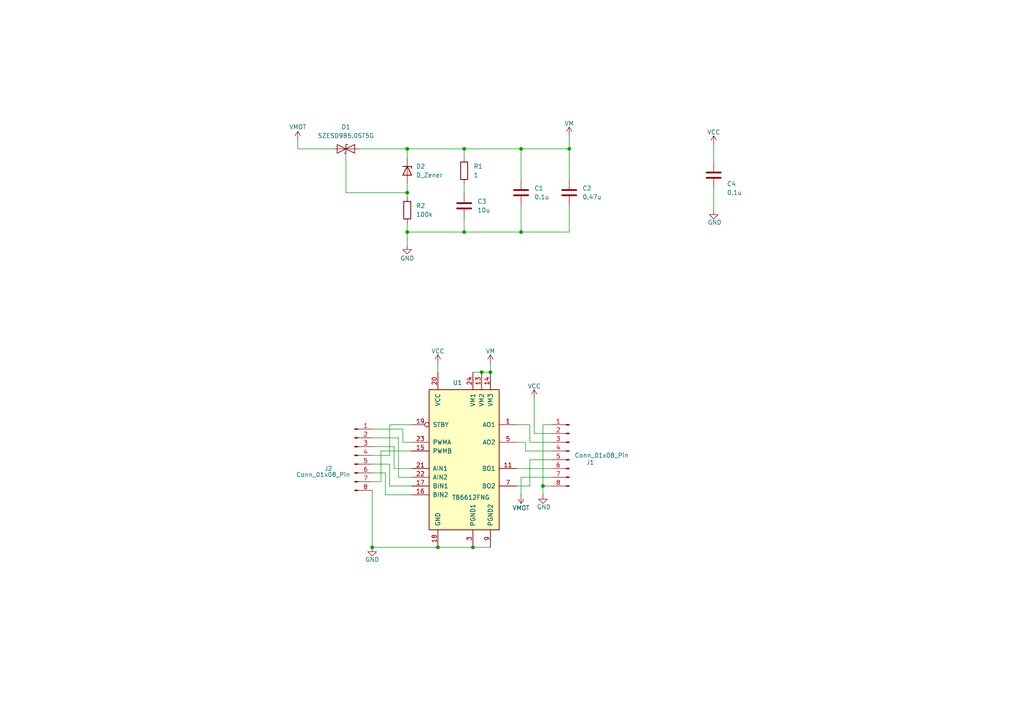
<source format=kicad_sch>
(kicad_sch (version 20231120) (generator "eeschema") (generator_version "8.0")
  (paper "A4")
  (lib_symbols
    (symbol "Connector:Conn_01x08_Pin" (pin_names (offset 1.016) hide)
      (property "Reference" "J" (at 0 10.16 0))
      (property "Value" "Conn_01x08_Pin" (at 0 -12.7 0))
      (symbol "Conn_01x08_Pin_1_1"
        (polyline (pts (xy 1.27 -10.16) (xy 0.8636 -10.16)) (stroke (width 0.1524)))
        (polyline (pts (xy 1.27 -7.62) (xy 0.8636 -7.62)) (stroke (width 0.1524)))
        (polyline (pts (xy 1.27 -5.08) (xy 0.8636 -5.08)) (stroke (width 0.1524)))
        (polyline (pts (xy 1.27 -2.54) (xy 0.8636 -2.54)) (stroke (width 0.1524)))
        (polyline (pts (xy 1.27 0) (xy 0.8636 0)) (stroke (width 0.1524)))
        (polyline (pts (xy 1.27 2.54) (xy 0.8636 2.54)) (stroke (width 0.1524)))
        (polyline (pts (xy 1.27 5.08) (xy 0.8636 5.08)) (stroke (width 0.1524)))
        (polyline (pts (xy 1.27 7.62) (xy 0.8636 7.62)) (stroke (width 0.1524)))
        (rectangle (start 0.8636 -10.033) (end 0 -10.287) (stroke (width 0.1524)) (fill (type outline)))
        (rectangle (start 0.8636 -7.493) (end 0 -7.747) (stroke (width 0.1524)) (fill (type outline)))
        (rectangle (start 0.8636 -4.953) (end 0 -5.207) (stroke (width 0.1524)) (fill (type outline)))
        (rectangle (start 0.8636 -2.413) (end 0 -2.667) (stroke (width 0.1524)) (fill (type outline)))
        (rectangle (start 0.8636 0.127) (end 0 -0.127) (stroke (width 0.1524)) (fill (type outline)))
        (rectangle (start 0.8636 2.667) (end 0 2.413) (stroke (width 0.1524)) (fill (type outline)))
        (rectangle (start 0.8636 5.207) (end 0 4.953) (stroke (width 0.1524)) (fill (type outline)))
        (rectangle (start 0.8636 7.747) (end 0 7.493) (stroke (width 0.1524)) (fill (type outline)))
        (pin passive line (at 5.08 7.62 180) (length 3.81) (name "Pin_1") (number "1"))
        (pin passive line (at 5.08 5.08 180) (length 3.81) (name "Pin_2") (number "2"))
        (pin passive line (at 5.08 2.54 180) (length 3.81) (name "Pin_3") (number "3"))
        (pin passive line (at 5.08 0 180) (length 3.81) (name "Pin_4") (number "4"))
        (pin passive line (at 5.08 -2.54 180) (length 3.81) (name "Pin_5") (number "5"))
        (pin passive line (at 5.08 -5.08 180) (length 3.81) (name "Pin_6") (number "6"))
        (pin passive line (at 5.08 -7.62 180) (length 3.81) (name "Pin_7") (number "7"))
        (pin passive line (at 5.08 -10.16 180) (length 3.81) (name "Pin_8") (number "8"))
      )
    )
    (symbol "Device:C" (pin_numbers hide) (pin_names (offset 0.254))
      (property "Reference" "C" (at 0.635 2.54 0))
      (property "Value" "C" (at 0.635 -2.54 0))
      (symbol "C_0_1"
        (polyline (pts (xy -2.032 -0.762) (xy 2.032 -0.762)) (stroke (width 0.508)))
        (polyline (pts (xy -2.032 0.762) (xy 2.032 0.762)) (stroke (width 0.508)))
      )
      (symbol "C_1_1"
        (pin passive line (at 0 3.81 270) (length 2.794) (name "~") (number "1"))
        (pin passive line (at 0 -3.81 90) (length 2.794) (name "~") (number "2"))
      )
    )
    (symbol "Device:D_Zener" (pin_numbers hide) (pin_names (offset 1.016) hide)
      (property "Reference" "D" (at 0 2.54 0))
      (property "Value" "D_Zener" (at 0 -2.54 0))
      (symbol "D_Zener_0_1"
        (polyline (pts (xy 1.27 0) (xy -1.27 0)))
        (polyline (pts (xy -1.27 -1.27) (xy -1.27 1.27) (xy -0.762 1.27)) (stroke (width 0.254)))
        (polyline (pts (xy 1.27 -1.27) (xy 1.27 1.27) (xy -1.27 0) (xy 1.27 -1.27)) (stroke (width 0.254)))
      )
      (symbol "D_Zener_1_1"
        (pin passive line (at -3.81 0 0) (length 2.54) (name "K") (number "1"))
        (pin passive line (at 3.81 0 180) (length 2.54) (name "A") (number "2"))
      )
    )
    (symbol "Device:R" (pin_numbers hide) (pin_names (offset 0))
      (property "Reference" "R" (at 2.032 0 90))
      (property "Value" "R" (at 0 0 90))
      (symbol "R_0_1"
        (rectangle (start -1.016 -2.54) (end 1.016 2.54) (stroke (width 0.254)))
      )
      (symbol "R_1_1"
        (pin passive line (at 0 3.81 270) (length 1.27) (name "~") (number "1"))
        (pin passive line (at 0 -3.81 90) (length 1.27) (name "~") (number "2"))
      )
    )
    (symbol "Diode:SZESD9B5.0ST5G" (pin_numbers hide) (pin_names (offset 1.016) hide)
      (property "Reference" "D" (at 0 2.54 0))
      (property "Value" "SZESD9B5.0ST5G" (at 0 -2.54 0))
      (symbol "SZESD9B5.0ST5G_0_1"
        (polyline (pts (xy 1.27 0) (xy -1.27 0)))
        (polyline (pts (xy -2.54 -1.27) (xy 0 0) (xy -2.54 1.27) (xy -2.54 -1.27)) (stroke (width 0.2032)))
        (polyline (pts (xy 0.508 1.27) (xy 0 1.27) (xy 0 -1.27) (xy -0.508 -1.27)) (stroke (width 0.2032)))
        (polyline (pts (xy 2.54 1.27) (xy 2.54 -1.27) (xy 0 0) (xy 2.54 1.27)) (stroke (width 0.2032)))
      )
      (symbol "SZESD9B5.0ST5G_1_1"
        (pin passive line (at -3.81 0 0) (length 2.54) (name "A1") (number "1"))
        (pin passive line (at 3.81 0 180) (length 2.54) (name "A2") (number "2"))
      )
    )
    (symbol "Driver_Motor:TB6612FNG" (pin_names (offset 1.016))
      (property "Reference" "U" (at 11.43 17.78 0))
      (property "Value" "TB6612FNG" (at 11.43 15.24 0))
      (symbol "TB6612FNG_0_1"
        (rectangle (start -10.16 20.32) (end 10.16 -20.32) (stroke (width 0.254)) (fill (type background)))
      )
      (symbol "TB6612FNG_1_1"
        (pin output line (at 15.24 10.16 180) (length 5.08) (name "AO1") (number "1"))
        (pin passive line (at 7.62 -25.4 90) (length 5.08) hide (name "PGND2") (number "10"))
        (pin output line (at 15.24 -2.54 180) (length 5.08) (name "BO1") (number "11"))
        (pin passive line (at 15.24 -2.54 180) (length 5.08) hide (name "BO1") (number "12"))
        (pin power_in line (at 5.08 25.4 270) (length 5.08) (name "VM2") (number "13"))
        (pin power_in line (at 7.62 25.4 270) (length 5.08) (name "VM3") (number "14"))
        (pin input line (at -15.24 2.54 0) (length 5.08) (name "PWMB") (number "15"))
        (pin input line (at -15.24 -10.16 0) (length 5.08) (name "BIN2") (number "16"))
        (pin input line (at -15.24 -7.62 0) (length 5.08) (name "BIN1") (number "17"))
        (pin power_in line (at -7.62 -25.4 90) (length 5.08) (name "GND") (number "18"))
        (pin input inverted (at -15.24 10.16 0) (length 5.08) (name "STBY") (number "19"))
        (pin passive line (at 15.24 10.16 180) (length 5.08) hide (name "AO1") (number "2"))
        (pin power_in line (at -7.62 25.4 270) (length 5.08) (name "VCC") (number "20"))
        (pin input line (at -15.24 -2.54 0) (length 5.08) (name "AIN1") (number "21"))
        (pin input line (at -15.24 -5.08 0) (length 5.08) (name "AIN2") (number "22"))
        (pin input line (at -15.24 5.08 0) (length 5.08) (name "PWMA") (number "23"))
        (pin power_in line (at 2.54 25.4 270) (length 5.08) (name "VM1") (number "24"))
        (pin power_in line (at 2.54 -25.4 90) (length 5.08) (name "PGND1") (number "3"))
        (pin passive line (at 2.54 -25.4 90) (length 5.08) hide (name "PGND1") (number "4"))
        (pin output line (at 15.24 5.08 180) (length 5.08) (name "AO2") (number "5"))
        (pin passive line (at 15.24 5.08 180) (length 5.08) hide (name "AO2") (number "6"))
        (pin output line (at 15.24 -7.62 180) (length 5.08) (name "BO2") (number "7"))
        (pin passive line (at 15.24 -7.62 180) (length 5.08) hide (name "BO2") (number "8"))
        (pin power_in line (at 7.62 -25.4 90) (length 5.08) (name "PGND2") (number "9"))
      )
    )
    (symbol "power:GND" (power) (pin_numbers hide) (pin_names (offset 0) hide)
      (property "Value" "GND" (at 0 -3.81 0))
      (symbol "GND_0_1"
        (polyline (pts (xy 0 0) (xy 0 -1.27) (xy 1.27 -1.27) (xy 0 -2.54) (xy -1.27 -1.27) (xy 0 -1.27)))
      )
      (symbol "GND_1_1"
        (pin power_in line (at 0 0 270) (length 0) (name "~") (number "1"))
      )
    )
    (symbol "power:VCC" (power) (pin_numbers hide) (pin_names (offset 0) hide)
      (property "Value" "VCC" (at 0 3.556 0))
      (symbol "VCC_0_1"
        (polyline (pts (xy -0.762 1.27) (xy 0 2.54)))
        (polyline (pts (xy 0 0) (xy 0 2.54)))
        (polyline (pts (xy 0 2.54) (xy 0.762 1.27)))
      )
      (symbol "VCC_1_1"
        (pin power_in line (at 0 0 90) (length 0) (name "~") (number "1"))
      )
    )
    (symbol "power:Vdrive" (power) (pin_numbers hide) (pin_names (offset 0) hide)
      (property "Value" "Vdrive" (at 0 3.556 0))
      (symbol "Vdrive_0_1"
        (polyline (pts (xy -0.762 1.27) (xy 0 2.54)))
        (polyline (pts (xy 0 0) (xy 0 2.54)))
        (polyline (pts (xy 0 2.54) (xy 0.762 1.27)))
      )
      (symbol "Vdrive_1_1"
        (pin power_in line (at 0 0 90) (length 0) (name "~") (number "1"))
      )
    )
  )
  (junction (at 118.11 67.31))
  (junction (at 137.16 158.75))
  (junction (at 107.95 158.75))
  (junction (at 142.24 107.95))
  (junction (at 139.7 107.95))
  (junction (at 151.13 67.31))
  (junction (at 151.13 43.18))
  (junction (at 127 158.75))
  (junction (at 134.62 43.18))
  (junction (at 118.11 55.88))
  (junction (at 118.11 43.18))
  (junction (at 134.62 67.31))
  (junction (at 157.48 140.97))
  (junction (at 165.1 43.18))
  (wire (pts (xy 115.57 127) (xy 115.57 138.43)))
  (wire (pts (xy 207.01 41.91) (xy 207.01 46.99)))
  (wire (pts (xy 160.02 138.43) (xy 151.13 138.43)))
  (wire (pts (xy 149.86 135.89) (xy 160.02 135.89)))
  (wire (pts (xy 107.95 127) (xy 115.57 127)))
  (wire (pts (xy 107.95 134.62) (xy 113.03 134.62)))
  (wire (pts (xy 165.1 43.18) (xy 165.1 52.07)))
  (wire (pts (xy 118.11 45.72) (xy 118.11 43.18)))
  (wire (pts (xy 153.67 133.35) (xy 160.02 133.35)))
  (wire (pts (xy 207.01 54.61) (xy 207.01 60.96)))
  (wire (pts (xy 127 158.75) (xy 137.16 158.75)))
  (wire (pts (xy 151.13 43.18) (xy 151.13 52.07)))
  (wire (pts (xy 142.24 105.41) (xy 142.24 107.95)))
  (wire (pts (xy 151.13 59.69) (xy 151.13 67.31)))
  (wire (pts (xy 153.67 128.27) (xy 160.02 128.27)))
  (wire (pts (xy 111.76 143.51) (xy 119.38 143.51)))
  (wire (pts (xy 154.94 115.57) (xy 154.94 125.73)))
  (wire (pts (xy 151.13 138.43) (xy 151.13 143.51)))
  (wire (pts (xy 115.57 138.43) (xy 119.38 138.43)))
  (wire (pts (xy 107.95 158.75) (xy 127 158.75)))
  (wire (pts (xy 118.11 67.31) (xy 118.11 71.12)))
  (wire (pts (xy 139.7 107.95) (xy 142.24 107.95)))
  (wire (pts (xy 116.84 128.27) (xy 119.38 128.27)))
  (wire (pts (xy 134.62 63.5) (xy 134.62 67.31)))
  (wire (pts (xy 113.03 132.08) (xy 113.03 123.19)))
  (wire (pts (xy 118.11 53.34) (xy 118.11 55.88)))
  (wire (pts (xy 113.03 140.97) (xy 119.38 140.97)))
  (wire (pts (xy 111.76 137.16) (xy 111.76 143.51)))
  (wire (pts (xy 134.62 43.18) (xy 134.62 45.72)))
  (wire (pts (xy 149.86 128.27) (xy 152.4 128.27)))
  (wire (pts (xy 152.4 128.27) (xy 152.4 130.81)))
  (wire (pts (xy 118.11 43.18) (xy 134.62 43.18)))
  (wire (pts (xy 113.03 134.62) (xy 113.03 140.97)))
  (wire (pts (xy 134.62 43.18) (xy 151.13 43.18)))
  (wire (pts (xy 151.13 43.18) (xy 165.1 43.18)))
  (wire (pts (xy 100.33 55.88) (xy 118.11 55.88)))
  (wire (pts (xy 107.95 142.24) (xy 107.95 158.75)))
  (wire (pts (xy 107.95 132.08) (xy 113.03 132.08)))
  (wire (pts (xy 107.95 137.16) (xy 111.76 137.16)))
  (wire (pts (xy 165.1 39.37) (xy 165.1 43.18)))
  (wire (pts (xy 86.36 43.18) (xy 96.52 43.18)))
  (wire (pts (xy 160.02 123.19) (xy 157.48 123.19)))
  (wire (pts (xy 165.1 59.69) (xy 165.1 67.31)))
  (wire (pts (xy 149.86 123.19) (xy 153.67 123.19)))
  (wire (pts (xy 153.67 123.19) (xy 153.67 128.27)))
  (wire (pts (xy 152.4 130.81) (xy 160.02 130.81)))
  (wire (pts (xy 100.33 44.45) (xy 100.33 55.88)))
  (wire (pts (xy 107.95 129.54) (xy 114.3 129.54)))
  (wire (pts (xy 113.03 123.19) (xy 119.38 123.19)))
  (wire (pts (xy 157.48 140.97) (xy 157.48 143.51)))
  (wire (pts (xy 118.11 67.31) (xy 134.62 67.31)))
  (wire (pts (xy 153.67 140.97) (xy 153.67 133.35)))
  (wire (pts (xy 107.95 139.7) (xy 110.49 139.7)))
  (wire (pts (xy 114.3 129.54) (xy 114.3 135.89)))
  (wire (pts (xy 118.11 64.77) (xy 118.11 67.31)))
  (wire (pts (xy 157.48 123.19) (xy 157.48 140.97)))
  (wire (pts (xy 104.14 43.18) (xy 118.11 43.18)))
  (wire (pts (xy 160.02 125.73) (xy 154.94 125.73)))
  (wire (pts (xy 118.11 55.88) (xy 118.11 57.15)))
  (wire (pts (xy 157.48 140.97) (xy 160.02 140.97)))
  (wire (pts (xy 149.86 140.97) (xy 153.67 140.97)))
  (wire (pts (xy 107.95 124.46) (xy 116.84 124.46)))
  (wire (pts (xy 110.49 139.7) (xy 110.49 130.81)))
  (wire (pts (xy 110.49 130.81) (xy 119.38 130.81)))
  (wire (pts (xy 114.3 135.89) (xy 119.38 135.89)))
  (wire (pts (xy 116.84 124.46) (xy 116.84 128.27)))
  (wire (pts (xy 151.13 67.31) (xy 134.62 67.31)))
  (wire (pts (xy 127 105.41) (xy 127 107.95)))
  (wire (pts (xy 137.16 158.75) (xy 142.24 158.75)))
  (wire (pts (xy 134.62 53.34) (xy 134.62 55.88)))
  (wire (pts (xy 137.16 107.95) (xy 139.7 107.95)))
  (wire (pts (xy 86.36 40.64) (xy 86.36 43.18)))
  (wire (pts (xy 151.13 67.31) (xy 165.1 67.31)))
  (symbol (lib_id "power:GND") (at 207.01 60.96 0) (unit 1)
    (property "Reference" "#PWR08" (effects (hide yes)))
    (property "Value" "GND" (at 207.264 64.516 0))
    (property "Description" "Power symbol creates a global label with name \"GND\" , ground" (effects (hide yes)))
  )
  (symbol (lib_id "power:VCC") (at 207.01 41.91 0) (unit 1)
    (property "Reference" "#PWR07" (effects (hide yes)))
    (property "Value" "VCC" (at 207.01 38.354 0))
    (property "Description" "Power symbol creates a global label with name \"VCC\"" (effects (hide yes)))
  )
  (symbol (lib_id "Device:R") (at 118.11 60.96 0) (unit 1)
    (property "Reference" "R2" (at 120.65 59.6899 0) (effects (justify left)))
    (property "Value" "100k" (at 120.65 62.2299 0) (effects (justify left)))
    (property "Footprint" "Resistor_SMD:R_0805_2012Metric" (effects (hide yes)))
    (property "Description" "Resistor" (effects (hide yes)))
  )
  (symbol (lib_id "power:Vdrive") (at 142.24 105.41 0) (unit 1)
    (property "Reference" "#PWR06" (effects (hide yes)))
    (property "Value" "VM" (at 142.24 101.854 0))
    (property "Description" "Power symbol creates a global label with name \"Vdrive\"" (effects (hide yes)))
  )
  (symbol (lib_id "Connector:Conn_01x08_Pin") (at 102.87 132.08 0) (unit 1)
    (property "Reference" "J2" (at 95.25 135.89 0))
    (property "Value" "Conn_01x08_Pin" (at 93.726 137.668 0))
    (property "Footprint" "Connector_Harwin:Harwin_M20-89008xx_1x08_P2.54mm_Horizontal" (effects (hide yes)))
    (property "Description" "Generic connector, single row, 01x08, script generated" (effects (hide yes)))
  )
  (symbol (lib_id "power:Vdrive") (at 86.36 40.64 0) (unit 1)
    (property "Reference" "#PWR09" (effects (hide yes)))
    (property "Value" "VMOT" (at 86.36 36.83 0))
    (property "Description" "Power symbol creates a global label with name \"Vdrive\"" (effects (hide yes)))
  )
  (symbol (lib_id "power:VCC") (at 127 105.41 0) (unit 1)
    (property "Reference" "#PWR05" (effects (hide yes)))
    (property "Value" "VCC" (at 127 101.854 0))
    (property "Description" "Power symbol creates a global label with name \"VCC\"" (effects (hide yes)))
  )
  (symbol (lib_id "power:GND") (at 118.11 71.12 0) (unit 1)
    (property "Reference" "#PWR010" (effects (hide yes)))
    (property "Value" "GND" (at 118.11 74.93 0))
    (property "Description" "Power symbol creates a global label with name \"GND\" , ground" (effects (hide yes)))
  )
  (symbol (lib_id "power:Vdrive") (at 151.13 143.51 0) (mirror x) (unit 1)
    (property "Reference" "#PWR04" (effects (hide yes)))
    (property "Value" "VMOT" (at 151.13 147.32 0))
    (property "Description" "Power symbol creates a global label with name \"Vdrive\"" (effects (hide yes)))
  )
  (symbol (lib_id "power:VCC") (at 154.94 115.57 0) (unit 1)
    (property "Reference" "#PWR03" (effects (hide yes)))
    (property "Value" "VCC" (at 154.94 112.014 0))
    (property "Description" "Power symbol creates a global label with name \"VCC\"" (effects (hide yes)))
  )
  (symbol (lib_id "power:GND") (at 107.95 158.75 0) (unit 1)
    (property "Reference" "#PWR01" (effects (hide yes)))
    (property "Value" "GND" (at 107.95 162.306 0))
    (property "Description" "Power symbol creates a global label with name \"GND\" , ground" (effects (hide yes)))
  )
  (symbol (lib_id "Device:D_Zener") (at 118.11 49.53 270) (unit 1)
    (property "Reference" "D2" (at 120.65 48.2599 90) (effects (justify left)))
    (property "Value" "D_Zener" (at 120.65 50.7999 90) (effects (justify left)))
    (property "Footprint" "Diode_SMD:D_0805_2012Metric_Pad1.15x1.40mm_HandSolder" (effects (hide yes)))
    (property "Description" "Zener diode" (effects (hide yes)))
  )
  (symbol (lib_id "power:Vdrive") (at 165.1 39.37 0) (unit 1)
    (property "Reference" "#PWR011" (effects (hide yes)))
    (property "Value" "VM" (at 165.1 35.814 0))
    (property "Description" "Power symbol creates a global label with name \"Vdrive\"" (effects (hide yes)))
  )
  (symbol (lib_id "Driver_Motor:TB6612FNG") (at 134.62 133.35 0) (unit 1)
    (property "Reference" "U1" (at 131.318 110.998 0) (effects (justify left)))
    (property "Value" "TB6612FNG" (at 131.064 144.272 0) (effects (justify left)))
    (property "Footprint" "Package_SO:SSOP-24_5.3x8.2mm_P0.65mm" (effects (hide yes)))
    (property "Datasheet" "https://toshiba.semicon-storage.com/us/product/linear/motordriver/detail.TB6612FNG.html" (effects (hide yes)))
    (property "Description" "Driver IC for Dual DC motor, SSOP-24" (effects (hide yes)))
  )
  (symbol (lib_id "Device:C") (at 207.01 50.8 0) (unit 1)
    (property "Reference" "C4" (at 210.82 53.3399 0) (effects (justify left)))
    (property "Value" "0.1u" (at 210.82 55.8799 0) (effects (justify left)))
    (property "Footprint" "Capacitor_SMD:C_0603_1608Metric_Pad1.08x0.95mm_HandSolder" (effects (hide yes)))
    (property "Description" "Unpolarized capacitor" (effects (hide yes)))
  )
  (symbol (lib_id "Device:C") (at 165.1 55.88 0) (unit 1)
    (property "Reference" "C2" (at 168.91 54.6099 0) (effects (justify left)))
    (property "Value" "0.47u" (at 168.91 57.1499 0) (effects (justify left)))
    (property "Footprint" "Capacitor_SMD:C_0805_2012Metric_Pad1.18x1.45mm_HandSolder" (effects (hide yes)))
    (property "Description" "Unpolarized capacitor" (effects (hide yes)))
  )
  (symbol (lib_id "Device:C") (at 151.13 55.88 0) (unit 1)
    (property "Reference" "C1" (at 154.94 54.6099 0) (effects (justify left)))
    (property "Value" "0.1u" (at 154.94 57.1499 0) (effects (justify left)))
    (property "Footprint" "Capacitor_SMD:C_0603_1608Metric_Pad1.08x0.95mm_HandSolder" (effects (hide yes)))
    (property "Description" "Unpolarized capacitor" (effects (hide yes)))
  )
  (symbol (lib_id "power:GND") (at 157.48 143.51 0) (unit 1)
    (property "Reference" "#PWR02" (effects (hide yes)))
    (property "Value" "GND" (at 157.734 147.066 0))
    (property "Description" "Power symbol creates a global label with name \"GND\" , ground" (effects (hide yes)))
  )
  (symbol (lib_id "Diode:SZESD9B5.0ST5G") (at 100.33 43.18 0) (unit 1)
    (property "Reference" "D1" (at 100.33 36.83 0))
    (property "Value" "SZESD9B5.0ST5G" (at 100.33 39.37 0))
    (property "Footprint" "Diode_SMD:D_SOD-923" (effects (hide yes)))
    (property "Datasheet" "https://www.onsemi.com/pub/Collateral/ESD9B-D.PDF" (effects (hide yes)))
    (property "Description" "ESD protection diode, 5.0Vrwm, SOD-923" (effects (hide yes)))
  )
  (symbol (lib_id "Connector:Conn_01x08_Pin") (at 165.1 130.81 0) (mirror y) (unit 1)
    (property "Reference" "J1" (at 171.196 134.112 0))
    (property "Value" "Conn_01x08_Pin" (at 174.498 132.08 0))
    (property "Footprint" "Connector_Harwin:Harwin_M20-89008xx_1x08_P2.54mm_Horizontal" (effects (hide yes)))
    (property "Description" "Generic connector, single row, 01x08, script generated" (effects (hide yes)))
  )
  (symbol (lib_id "Device:R") (at 134.62 49.53 0) (unit 1)
    (property "Reference" "R1" (at 137.3331 48.2599 0) (effects (justify left)))
    (property "Value" "1" (at 137.3331 50.7999 0) (effects (justify left)))
    (property "Footprint" "Resistor_SMD:R_0805_2012Metric" (effects (hide yes)))
    (property "Description" "Resistor" (effects (hide yes)))
  )
  (symbol (lib_id "Device:C") (at 134.62 59.69 0) (unit 1)
    (property "Reference" "C3" (at 138.43 58.4199 0) (effects (justify left)))
    (property "Value" "10u" (at 138.43 60.9599 0) (effects (justify left)))
    (property "Footprint" "Capacitor_SMD:C_0805_2012Metric_Pad1.18x1.45mm_HandSolder" (effects (hide yes)))
    (property "Description" "Unpolarized capacitor" (effects (hide yes)))
  )
)
</source>
